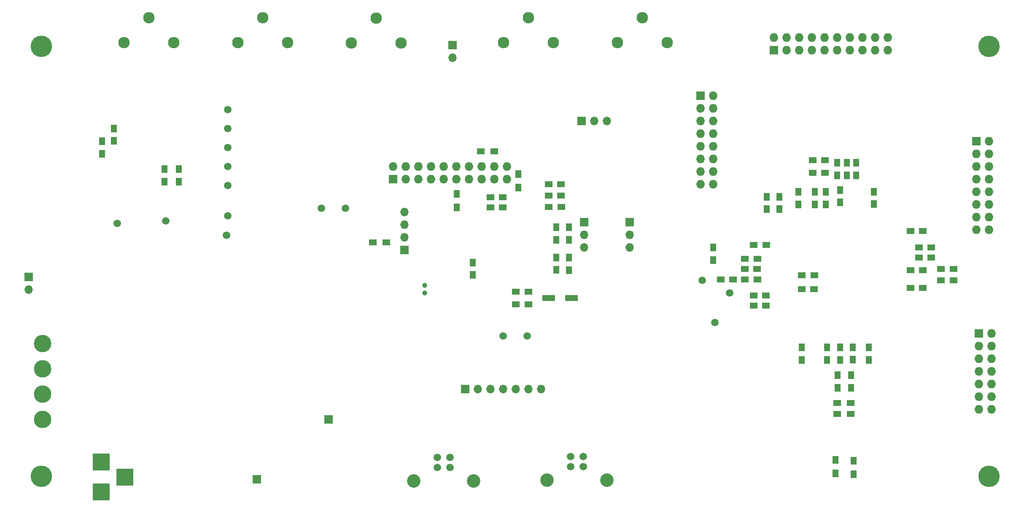
<source format=gbr>
G04 #@! TF.FileFunction,Soldermask,Bot*
%FSLAX46Y46*%
G04 Gerber Fmt 4.6, Leading zero omitted, Abs format (unit mm)*
G04 Created by KiCad (PCBNEW 4.0.7-e2-6376~58~ubuntu16.04.1) date Thu Apr  4 23:28:41 2019*
%MOMM*%
%LPD*%
G01*
G04 APERTURE LIST*
%ADD10C,0.100000*%
%ADD11C,4.300000*%
%ADD12C,1.500000*%
%ADD13R,1.727200X1.727200*%
%ADD14O,1.727200X1.727200*%
%ADD15R,1.700000X1.700000*%
%ADD16O,1.700000X1.700000*%
%ADD17R,1.250000X1.500000*%
%ADD18C,1.000000*%
%ADD19C,1.520000*%
%ADD20C,2.700000*%
%ADD21R,1.500000X1.300000*%
%ADD22R,1.300000X1.500000*%
%ADD23R,1.500000X1.250000*%
%ADD24R,2.598420X1.198880*%
%ADD25R,2.600960X1.198880*%
%ADD26C,2.300000*%
%ADD27R,3.500000X3.500000*%
%ADD28C,3.500000*%
G04 APERTURE END LIST*
D10*
D11*
X57150000Y-59690000D03*
X57150000Y-146050000D03*
X247396000Y-146050000D03*
D12*
X94361000Y-97663000D03*
D13*
X204216000Y-60452000D03*
D14*
X204216000Y-57912000D03*
X206756000Y-60452000D03*
X206756000Y-57912000D03*
X209296000Y-60452000D03*
X209296000Y-57912000D03*
X211836000Y-60452000D03*
X211836000Y-57912000D03*
X214376000Y-60452000D03*
X214376000Y-57912000D03*
X216916000Y-60452000D03*
X216916000Y-57912000D03*
X219456000Y-60452000D03*
X219456000Y-57912000D03*
X221996000Y-60452000D03*
X221996000Y-57912000D03*
X224536000Y-60452000D03*
X224536000Y-57912000D03*
X227076000Y-60452000D03*
X227076000Y-57912000D03*
D13*
X189484000Y-69596000D03*
D14*
X192024000Y-69596000D03*
X189484000Y-72136000D03*
X192024000Y-72136000D03*
X189484000Y-74676000D03*
X192024000Y-74676000D03*
X189484000Y-77216000D03*
X192024000Y-77216000D03*
X189484000Y-79756000D03*
X192024000Y-79756000D03*
X189484000Y-82296000D03*
X192024000Y-82296000D03*
X189484000Y-84836000D03*
X192024000Y-84836000D03*
X189484000Y-87376000D03*
X192024000Y-87376000D03*
D15*
X166116000Y-94996000D03*
D16*
X166116000Y-97536000D03*
X166116000Y-100076000D03*
D15*
X175260000Y-94996000D03*
D16*
X175260000Y-97536000D03*
X175260000Y-100076000D03*
D17*
X160528000Y-102108000D03*
X160528000Y-104608000D03*
X143764000Y-105624000D03*
X143764000Y-103124000D03*
D15*
X130048000Y-100584000D03*
D16*
X130048000Y-98044000D03*
X130048000Y-95504000D03*
X130048000Y-92964000D03*
D18*
X134112000Y-107696000D03*
X134112000Y-109196000D03*
D13*
X127762000Y-86360000D03*
D14*
X127762000Y-83820000D03*
X130302000Y-86360000D03*
X130302000Y-83820000D03*
X132842000Y-86360000D03*
X132842000Y-83820000D03*
X135382000Y-86360000D03*
X135382000Y-83820000D03*
X137922000Y-86360000D03*
X137922000Y-83820000D03*
X140462000Y-86360000D03*
X140462000Y-83820000D03*
X143002000Y-86360000D03*
X143002000Y-83820000D03*
X145542000Y-86360000D03*
X145542000Y-83820000D03*
X148082000Y-86360000D03*
X148082000Y-83820000D03*
X150622000Y-86360000D03*
X150622000Y-83820000D03*
D19*
X136652000Y-142272000D03*
X139192000Y-142272000D03*
X139192000Y-144272000D03*
X136652000Y-144272000D03*
D20*
X131922000Y-146972000D03*
X143922000Y-146972000D03*
D15*
X142240000Y-128524000D03*
D16*
X144780000Y-128524000D03*
X147320000Y-128524000D03*
X149860000Y-128524000D03*
X152400000Y-128524000D03*
X154940000Y-128524000D03*
X157480000Y-128524000D03*
D15*
X165608000Y-74676000D03*
D16*
X168148000Y-74676000D03*
X170688000Y-74676000D03*
D12*
X149860000Y-117856000D03*
X154740000Y-117856000D03*
D21*
X219616000Y-131318000D03*
X216916000Y-131318000D03*
D13*
X245364000Y-117348000D03*
D14*
X247904000Y-117348000D03*
X245364000Y-119888000D03*
X247904000Y-119888000D03*
X245364000Y-122428000D03*
X247904000Y-122428000D03*
X245364000Y-124968000D03*
X247904000Y-124968000D03*
X245364000Y-127508000D03*
X247904000Y-127508000D03*
X245364000Y-130048000D03*
X247904000Y-130048000D03*
X245364000Y-132588000D03*
X247904000Y-132588000D03*
D21*
X219616000Y-133505474D03*
X216916000Y-133505474D03*
D22*
X220199227Y-145627998D03*
X220199227Y-142927998D03*
X216576226Y-145495000D03*
X216576226Y-142795000D03*
D19*
X163418000Y-142112000D03*
X165958000Y-142112000D03*
X165958000Y-144112000D03*
X163418000Y-144112000D03*
D20*
X158688000Y-146812000D03*
X170688000Y-146812000D03*
D23*
X200914000Y-106553000D03*
X198414000Y-106553000D03*
D24*
X159004000Y-110236000D03*
D25*
X163606480Y-110236000D03*
D17*
X163068000Y-102148000D03*
X163068000Y-104648000D03*
D23*
X154940000Y-111492222D03*
X152440000Y-111492222D03*
X154940000Y-108952222D03*
X152440000Y-108952222D03*
D17*
X220091000Y-120142000D03*
X220091000Y-122642000D03*
X217015188Y-125777476D03*
X217015188Y-128277476D03*
X219762577Y-125766905D03*
X219762577Y-128266905D03*
X217551000Y-120182000D03*
X217551000Y-122682000D03*
D23*
X159004000Y-87376000D03*
X161504000Y-87376000D03*
X159004000Y-89662000D03*
X161504000Y-89662000D03*
D17*
X163068000Y-96052000D03*
X163068000Y-98552000D03*
D23*
X159044000Y-91948000D03*
X161544000Y-91948000D03*
D17*
X160528000Y-96052000D03*
X160528000Y-98552000D03*
D23*
X147320000Y-90043000D03*
X149820000Y-90043000D03*
X147320000Y-92075000D03*
X149820000Y-92075000D03*
D15*
X139700000Y-59436000D03*
D16*
X139700000Y-61976000D03*
D26*
X154940000Y-53975000D03*
X159940000Y-58975000D03*
X149940000Y-58975000D03*
X177800000Y-53975000D03*
X182800000Y-58975000D03*
X172800000Y-58975000D03*
D12*
X195326000Y-109220000D03*
D26*
X124380000Y-54055000D03*
X129380000Y-59055000D03*
X119380000Y-59055000D03*
D17*
X212471000Y-91420000D03*
X212471000Y-88920000D03*
X202819000Y-92416000D03*
X202819000Y-89916000D03*
X214630000Y-91440000D03*
X214630000Y-88940000D03*
X205359000Y-92416000D03*
X205359000Y-89916000D03*
D12*
X192405000Y-115189000D03*
X189865000Y-106680000D03*
D17*
X192024000Y-100116000D03*
X192024000Y-102616000D03*
D23*
X200903275Y-102362000D03*
X198403275Y-102362000D03*
X200883275Y-104442885D03*
X198383275Y-104442885D03*
X196048000Y-106553000D03*
X193548000Y-106553000D03*
X212003000Y-85066564D03*
X214503000Y-85066564D03*
X237764000Y-106680000D03*
X240264000Y-106680000D03*
X233339000Y-100076000D03*
X235839000Y-100076000D03*
X209824000Y-105664000D03*
X212324000Y-105664000D03*
X233339000Y-102108000D03*
X235839000Y-102108000D03*
D13*
X244856000Y-78740000D03*
D14*
X247396000Y-78740000D03*
X244856000Y-81280000D03*
X247396000Y-81280000D03*
X244856000Y-83820000D03*
X247396000Y-83820000D03*
X244856000Y-86360000D03*
X247396000Y-86360000D03*
X244856000Y-88900000D03*
X247396000Y-88900000D03*
X244856000Y-91440000D03*
X247396000Y-91440000D03*
X244856000Y-93980000D03*
X247396000Y-93980000D03*
X244856000Y-96520000D03*
X247396000Y-96520000D03*
D17*
X218867494Y-85579042D03*
X218867494Y-83079042D03*
X220706000Y-85578000D03*
X220706000Y-83078000D03*
D23*
X212003000Y-82550000D03*
X214503000Y-82550000D03*
D17*
X216962494Y-85579042D03*
X216962494Y-83079042D03*
D15*
X100457000Y-146685000D03*
X114808000Y-134620000D03*
D27*
X69215000Y-143225000D03*
X69215000Y-149225000D03*
X73915000Y-146225000D03*
D28*
X57404000Y-134620000D03*
X57404000Y-129540000D03*
X57404000Y-124460000D03*
X57404000Y-119380000D03*
D22*
X152908000Y-88091000D03*
X152908000Y-85391000D03*
D21*
X148115000Y-80772000D03*
X145415000Y-80772000D03*
D15*
X54610000Y-106045000D03*
D16*
X54610000Y-108585000D03*
D22*
X140589000Y-89328000D03*
X140589000Y-92028000D03*
D12*
X113357000Y-92202000D03*
X118237000Y-92202000D03*
X94615000Y-83820000D03*
X94615000Y-80010000D03*
D17*
X71755000Y-76200000D03*
X71755000Y-78700000D03*
X69342000Y-78780000D03*
X69342000Y-81280000D03*
D12*
X82169000Y-94742000D03*
X94615000Y-72390000D03*
X94615000Y-76200000D03*
D17*
X84742112Y-84348000D03*
X84742112Y-86848000D03*
X81915000Y-84348000D03*
X81915000Y-86848000D03*
D12*
X72390000Y-95250000D03*
D26*
X78740000Y-53975000D03*
X83740000Y-58975000D03*
X73740000Y-58975000D03*
X101600000Y-53975000D03*
X106600000Y-58975000D03*
X96600000Y-58975000D03*
D12*
X94615000Y-87630000D03*
X94615000Y-93726000D03*
D23*
X237764000Y-104394000D03*
X240264000Y-104394000D03*
X209804000Y-108458000D03*
X212304000Y-108458000D03*
X202692000Y-99568000D03*
X200192000Y-99568000D03*
X202652000Y-109728000D03*
X200152000Y-109728000D03*
X202652000Y-111760000D03*
X200152000Y-111760000D03*
X231648000Y-108204000D03*
X234148000Y-108204000D03*
X231648000Y-104648000D03*
X234148000Y-104648000D03*
X231648000Y-96774000D03*
X234148000Y-96774000D03*
D17*
X224262000Y-91400000D03*
X224262000Y-88900000D03*
X217551000Y-91059000D03*
X217551000Y-88559000D03*
X209169000Y-91440000D03*
X209169000Y-88940000D03*
X209804000Y-120162000D03*
X209804000Y-122662000D03*
X214884000Y-120162000D03*
X214884000Y-122662000D03*
X223286000Y-120162000D03*
X223286000Y-122662000D03*
D11*
X247396000Y-59690000D03*
D21*
X126398000Y-99060000D03*
X123698000Y-99060000D03*
M02*

</source>
